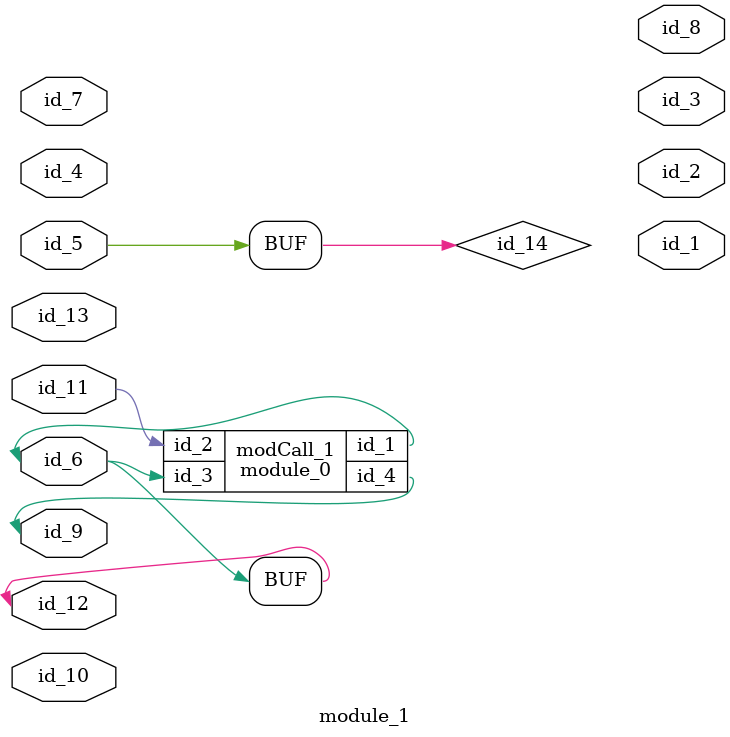
<source format=v>
module module_0 (
    id_1,
    id_2,
    id_3,
    id_4
);
  output wire id_4;
  input wire id_3;
  input wire id_2;
  inout wire id_1;
endmodule
module module_1 (
    id_1,
    id_2,
    id_3,
    id_4,
    id_5,
    id_6,
    id_7,
    id_8,
    id_9,
    id_10,
    id_11,
    id_12,
    id_13
);
  inout wire id_13;
  inout wire id_12;
  inout wire id_11;
  input wire id_10;
  inout wire id_9;
  output wire id_8;
  inout wire id_7;
  inout wire id_6;
  inout wire id_5;
  inout wire id_4;
  output wire id_3;
  output wire id_2;
  output wire id_1;
  wire id_14 = id_5;
  module_0 modCall_1 (
      id_6,
      id_11,
      id_6,
      id_9
  );
  assign id_12[1'h0] = id_6;
endmodule

</source>
